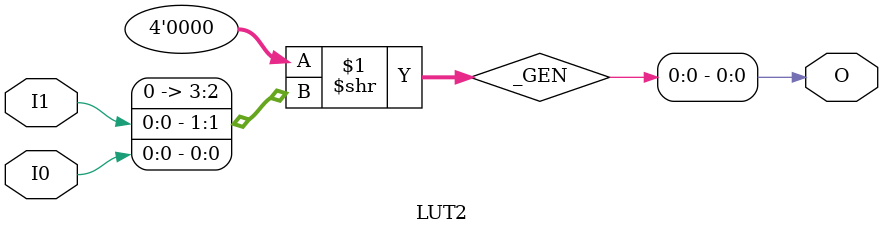
<source format=v>
module LUT2(	// file.cleaned.mlir:2:3
  input  I0,	// file.cleaned.mlir:2:22
         I1,	// file.cleaned.mlir:2:35
  output O	// file.cleaned.mlir:2:49
);

  wire [3:0] _GEN = 4'h0 >> {2'h0, I1, I0};	// file.cleaned.mlir:3:14, :4:14, :5:10, :6:10
  assign O = _GEN[0];	// file.cleaned.mlir:6:10, :7:10, :8:5
endmodule


</source>
